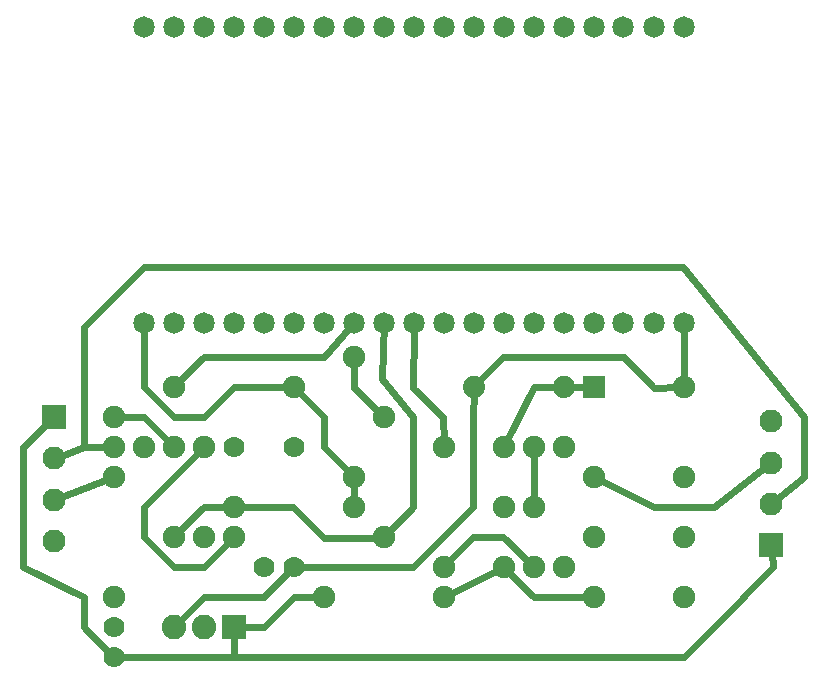
<source format=gtl>
G04 MADE WITH FRITZING*
G04 WWW.FRITZING.ORG*
G04 DOUBLE SIDED*
G04 HOLES PLATED*
G04 CONTOUR ON CENTER OF CONTOUR VECTOR*
%ASAXBY*%
%FSLAX23Y23*%
%MOIN*%
%OFA0B0*%
%SFA1.0B1.0*%
%ADD10C,0.074000*%
%ADD11C,0.075000*%
%ADD12C,0.071828*%
%ADD13C,0.070000*%
%ADD14C,0.082000*%
%ADD15C,0.076139*%
%ADD16R,0.075000X0.075000*%
%ADD17R,0.082000X0.082000*%
%ADD18C,0.024000*%
%ADD19R,0.001000X0.001000*%
%LNCOPPER1*%
G90*
G70*
G54D10*
X1878Y968D03*
X1578Y968D03*
X1878Y968D03*
X1578Y968D03*
G54D11*
X1978Y968D03*
X2278Y968D03*
X1978Y668D03*
X2278Y668D03*
X1978Y468D03*
X2278Y468D03*
X1978Y268D03*
X2278Y268D03*
G54D12*
X479Y1183D03*
X579Y1183D03*
X678Y1183D03*
X779Y1183D03*
X878Y1183D03*
X979Y1183D03*
X1079Y1183D03*
X1178Y1183D03*
X1279Y1183D03*
X1378Y1183D03*
X1478Y1183D03*
X1579Y1183D03*
X1678Y1183D03*
X1778Y1183D03*
X1878Y1183D03*
X1978Y1183D03*
X2077Y1183D03*
X2178Y1183D03*
X2278Y1183D03*
X2278Y2168D03*
X2178Y2168D03*
X2077Y2168D03*
X1978Y2168D03*
X1878Y2168D03*
X1778Y2168D03*
X1678Y2168D03*
X1579Y2168D03*
X1478Y2168D03*
X1378Y2168D03*
X1279Y2168D03*
X1178Y2168D03*
X1079Y2168D03*
X979Y2168D03*
X878Y2168D03*
X779Y2168D03*
X678Y2168D03*
X579Y2168D03*
X479Y2168D03*
G54D13*
X878Y368D03*
X978Y368D03*
X378Y168D03*
X378Y68D03*
G54D14*
X778Y168D03*
X678Y168D03*
X578Y168D03*
G54D11*
X1678Y368D03*
X1778Y368D03*
X1878Y368D03*
X1678Y768D03*
X1778Y768D03*
X1878Y768D03*
X578Y468D03*
X678Y468D03*
X778Y468D03*
X478Y768D03*
X578Y768D03*
X678Y768D03*
G54D13*
X778Y768D03*
X978Y768D03*
G54D15*
X178Y868D03*
X178Y731D03*
X178Y593D03*
X178Y455D03*
X2570Y441D03*
X2570Y579D03*
X2570Y717D03*
X2570Y854D03*
G54D11*
X778Y568D03*
X1178Y568D03*
X378Y268D03*
X378Y668D03*
X1478Y268D03*
X1078Y268D03*
X1478Y368D03*
X1478Y768D03*
X1678Y568D03*
X1778Y568D03*
X378Y768D03*
X378Y868D03*
X1178Y1068D03*
X1178Y668D03*
X578Y968D03*
X978Y968D03*
X1278Y868D03*
X1278Y468D03*
G54D16*
X1978Y968D03*
G54D17*
X778Y168D03*
G54D18*
X778Y69D02*
X778Y147D01*
D02*
X393Y69D02*
X478Y69D01*
D02*
X478Y69D02*
X778Y69D01*
D02*
X77Y769D02*
X160Y850D01*
D02*
X279Y269D02*
X77Y369D01*
D02*
X279Y169D02*
X279Y269D01*
D02*
X878Y269D02*
X678Y269D01*
D02*
X2478Y269D02*
X2476Y269D01*
D02*
X778Y69D02*
X2278Y69D01*
D02*
X2577Y370D02*
X2572Y416D01*
D02*
X2476Y269D02*
X2577Y370D01*
D02*
X2278Y69D02*
X2478Y269D01*
D02*
X778Y147D02*
X778Y69D01*
D02*
X967Y358D02*
X878Y269D01*
D02*
X678Y269D02*
X593Y183D01*
D02*
X279Y768D02*
X202Y740D01*
D02*
X278Y1169D02*
X279Y768D01*
D02*
X478Y1369D02*
X278Y1169D01*
D02*
X2277Y1369D02*
X478Y1369D01*
D02*
X2678Y870D02*
X2277Y1369D01*
D02*
X2678Y668D02*
X2678Y870D01*
D02*
X2590Y595D02*
X2678Y668D01*
D02*
X77Y369D02*
X77Y769D01*
D02*
X367Y79D02*
X279Y169D01*
D02*
X1377Y369D02*
X993Y368D01*
D02*
X1577Y868D02*
X1577Y569D01*
D02*
X1577Y569D02*
X1377Y369D01*
D02*
X1578Y951D02*
X1577Y868D01*
D02*
X1978Y968D02*
X1978Y968D01*
D02*
X1978Y968D02*
X1896Y968D01*
D02*
X2278Y1168D02*
X2278Y1168D01*
D02*
X2278Y1168D02*
X2278Y986D01*
D02*
X1078Y868D02*
X1078Y768D01*
D02*
X1078Y768D02*
X1165Y681D01*
D02*
X978Y968D02*
X1078Y868D01*
D02*
X1778Y751D02*
X1778Y586D01*
D02*
X665Y756D02*
X478Y569D01*
D02*
X478Y569D02*
X478Y469D01*
D02*
X478Y469D02*
X578Y369D01*
D02*
X578Y369D02*
X678Y369D01*
D02*
X678Y369D02*
X765Y456D01*
D02*
X1178Y967D02*
X1265Y881D01*
D02*
X1376Y568D02*
X1278Y468D01*
D02*
X2379Y568D02*
X2178Y569D01*
D02*
X2178Y569D02*
X1993Y661D01*
D02*
X2550Y701D02*
X2379Y568D01*
D02*
X1272Y995D02*
X1376Y870D01*
D02*
X1279Y1183D02*
X1272Y995D01*
D02*
X1376Y769D02*
X1376Y668D01*
D02*
X1376Y870D02*
X1376Y769D01*
D02*
X1376Y668D02*
X1376Y568D01*
D02*
X1178Y1051D02*
X1178Y967D01*
D02*
X1277Y1168D02*
X1277Y1168D01*
D02*
X2178Y967D02*
X2078Y1068D01*
D02*
X2078Y1068D02*
X1677Y1068D01*
D02*
X1677Y1068D02*
X1590Y981D01*
D02*
X2260Y968D02*
X2178Y967D01*
D02*
X1678Y368D02*
X1493Y276D01*
D02*
X978Y269D02*
X1060Y269D01*
D02*
X878Y169D02*
X978Y269D01*
D02*
X778Y168D02*
X878Y169D01*
D02*
X1779Y269D02*
X1690Y356D01*
D02*
X1960Y268D02*
X1779Y269D01*
D02*
X1577Y469D02*
X1490Y381D01*
D02*
X1677Y469D02*
X1577Y469D01*
D02*
X1765Y381D02*
X1677Y469D01*
D02*
X1477Y870D02*
X1478Y786D01*
D02*
X1378Y1163D02*
X1376Y967D01*
D02*
X1376Y967D02*
X1477Y870D01*
D02*
X1686Y784D02*
X1779Y968D01*
D02*
X1779Y968D02*
X1860Y968D01*
D02*
X478Y868D02*
X395Y868D01*
D02*
X565Y781D02*
X478Y868D01*
D02*
X1178Y651D02*
X1178Y586D01*
D02*
X1078Y1068D02*
X678Y1068D01*
D02*
X678Y1068D02*
X590Y981D01*
D02*
X1165Y1168D02*
X1078Y1068D01*
D02*
X1279Y467D02*
X1279Y467D01*
D02*
X1078Y467D02*
X1279Y467D01*
D02*
X977Y568D02*
X1078Y467D01*
D02*
X795Y568D02*
X977Y568D01*
D02*
X361Y662D02*
X202Y602D01*
D02*
X279Y768D02*
X202Y740D01*
D02*
X360Y768D02*
X279Y768D01*
D02*
X479Y1163D02*
X478Y968D01*
D02*
X478Y968D02*
X578Y868D01*
D02*
X578Y868D02*
X678Y868D01*
D02*
X678Y868D02*
X778Y968D01*
D02*
X778Y968D02*
X960Y968D01*
D02*
X778Y569D02*
X778Y569D01*
D02*
X678Y569D02*
X778Y569D01*
D02*
X590Y481D02*
X678Y569D01*
G54D19*
X139Y908D02*
X218Y908D01*
X139Y907D02*
X218Y907D01*
X139Y906D02*
X218Y906D01*
X139Y905D02*
X218Y905D01*
X139Y904D02*
X218Y904D01*
X139Y903D02*
X218Y903D01*
X139Y902D02*
X218Y902D01*
X139Y901D02*
X218Y901D01*
X139Y900D02*
X218Y900D01*
X139Y899D02*
X218Y899D01*
X139Y898D02*
X218Y898D01*
X139Y897D02*
X218Y897D01*
X139Y896D02*
X218Y896D01*
X139Y895D02*
X218Y895D01*
X139Y894D02*
X218Y894D01*
X139Y893D02*
X218Y893D01*
X139Y892D02*
X174Y892D01*
X183Y892D02*
X218Y892D01*
X139Y891D02*
X170Y891D01*
X186Y891D02*
X218Y891D01*
X139Y890D02*
X168Y890D01*
X189Y890D02*
X218Y890D01*
X139Y889D02*
X166Y889D01*
X191Y889D02*
X218Y889D01*
X139Y888D02*
X164Y888D01*
X192Y888D02*
X218Y888D01*
X139Y887D02*
X163Y887D01*
X194Y887D02*
X218Y887D01*
X139Y886D02*
X162Y886D01*
X195Y886D02*
X218Y886D01*
X139Y885D02*
X161Y885D01*
X196Y885D02*
X218Y885D01*
X139Y884D02*
X160Y884D01*
X197Y884D02*
X218Y884D01*
X139Y883D02*
X159Y883D01*
X198Y883D02*
X218Y883D01*
X139Y882D02*
X158Y882D01*
X198Y882D02*
X218Y882D01*
X139Y881D02*
X158Y881D01*
X199Y881D02*
X218Y881D01*
X139Y880D02*
X157Y880D01*
X199Y880D02*
X218Y880D01*
X139Y879D02*
X157Y879D01*
X200Y879D02*
X218Y879D01*
X139Y878D02*
X156Y878D01*
X200Y878D02*
X218Y878D01*
X139Y877D02*
X156Y877D01*
X201Y877D02*
X218Y877D01*
X139Y876D02*
X155Y876D01*
X201Y876D02*
X218Y876D01*
X139Y875D02*
X155Y875D01*
X201Y875D02*
X218Y875D01*
X139Y874D02*
X155Y874D01*
X202Y874D02*
X218Y874D01*
X139Y873D02*
X155Y873D01*
X202Y873D02*
X218Y873D01*
X139Y872D02*
X154Y872D01*
X202Y872D02*
X218Y872D01*
X139Y871D02*
X154Y871D01*
X202Y871D02*
X218Y871D01*
X139Y870D02*
X154Y870D01*
X202Y870D02*
X218Y870D01*
X139Y869D02*
X154Y869D01*
X202Y869D02*
X218Y869D01*
X139Y868D02*
X154Y868D01*
X202Y868D02*
X218Y868D01*
X139Y867D02*
X154Y867D01*
X202Y867D02*
X218Y867D01*
X139Y866D02*
X154Y866D01*
X202Y866D02*
X218Y866D01*
X139Y865D02*
X155Y865D01*
X202Y865D02*
X218Y865D01*
X139Y864D02*
X155Y864D01*
X202Y864D02*
X218Y864D01*
X139Y863D02*
X155Y863D01*
X202Y863D02*
X218Y863D01*
X139Y862D02*
X155Y862D01*
X201Y862D02*
X218Y862D01*
X139Y861D02*
X156Y861D01*
X201Y861D02*
X218Y861D01*
X139Y860D02*
X156Y860D01*
X201Y860D02*
X218Y860D01*
X139Y859D02*
X156Y859D01*
X200Y859D02*
X218Y859D01*
X139Y858D02*
X157Y858D01*
X200Y858D02*
X218Y858D01*
X139Y857D02*
X157Y857D01*
X199Y857D02*
X218Y857D01*
X139Y856D02*
X158Y856D01*
X199Y856D02*
X218Y856D01*
X139Y855D02*
X159Y855D01*
X198Y855D02*
X218Y855D01*
X139Y854D02*
X159Y854D01*
X197Y854D02*
X218Y854D01*
X139Y853D02*
X160Y853D01*
X196Y853D02*
X218Y853D01*
X139Y852D02*
X161Y852D01*
X195Y852D02*
X218Y852D01*
X139Y851D02*
X162Y851D01*
X194Y851D02*
X218Y851D01*
X139Y850D02*
X164Y850D01*
X193Y850D02*
X218Y850D01*
X139Y849D02*
X165Y849D01*
X192Y849D02*
X218Y849D01*
X139Y848D02*
X167Y848D01*
X190Y848D02*
X218Y848D01*
X139Y847D02*
X169Y847D01*
X188Y847D02*
X218Y847D01*
X139Y846D02*
X172Y846D01*
X185Y846D02*
X218Y846D01*
X139Y845D02*
X218Y845D01*
X139Y844D02*
X218Y844D01*
X139Y843D02*
X218Y843D01*
X139Y842D02*
X218Y842D01*
X139Y841D02*
X218Y841D01*
X139Y840D02*
X218Y840D01*
X139Y839D02*
X218Y839D01*
X139Y838D02*
X218Y838D01*
X139Y837D02*
X218Y837D01*
X139Y836D02*
X218Y836D01*
X139Y835D02*
X218Y835D01*
X139Y834D02*
X218Y834D01*
X139Y833D02*
X218Y833D01*
X139Y832D02*
X218Y832D01*
X139Y831D02*
X218Y831D01*
X139Y830D02*
X218Y830D01*
X139Y829D02*
X218Y829D01*
X2531Y481D02*
X2610Y481D01*
X2531Y480D02*
X2610Y480D01*
X2531Y479D02*
X2610Y479D01*
X2531Y478D02*
X2610Y478D01*
X2531Y477D02*
X2610Y477D01*
X2531Y476D02*
X2610Y476D01*
X2531Y475D02*
X2610Y475D01*
X2531Y474D02*
X2610Y474D01*
X2531Y473D02*
X2610Y473D01*
X2531Y472D02*
X2610Y472D01*
X2531Y471D02*
X2610Y471D01*
X2531Y470D02*
X2610Y470D01*
X2531Y469D02*
X2610Y469D01*
X2531Y468D02*
X2610Y468D01*
X2531Y467D02*
X2610Y467D01*
X2531Y466D02*
X2610Y466D01*
X2531Y465D02*
X2569Y465D01*
X2572Y465D02*
X2610Y465D01*
X2531Y464D02*
X2563Y464D01*
X2577Y464D02*
X2610Y464D01*
X2531Y463D02*
X2560Y463D01*
X2580Y463D02*
X2610Y463D01*
X2531Y462D02*
X2558Y462D01*
X2582Y462D02*
X2610Y462D01*
X2531Y461D02*
X2557Y461D01*
X2584Y461D02*
X2610Y461D01*
X2531Y460D02*
X2555Y460D01*
X2585Y460D02*
X2610Y460D01*
X2531Y459D02*
X2554Y459D01*
X2586Y459D02*
X2610Y459D01*
X2531Y458D02*
X2553Y458D01*
X2588Y458D02*
X2610Y458D01*
X2531Y457D02*
X2552Y457D01*
X2588Y457D02*
X2610Y457D01*
X2531Y456D02*
X2551Y456D01*
X2589Y456D02*
X2610Y456D01*
X2531Y455D02*
X2551Y455D01*
X2590Y455D02*
X2610Y455D01*
X2531Y454D02*
X2550Y454D01*
X2591Y454D02*
X2610Y454D01*
X2531Y453D02*
X2549Y453D01*
X2591Y453D02*
X2610Y453D01*
X2531Y452D02*
X2549Y452D01*
X2592Y452D02*
X2610Y452D01*
X2531Y451D02*
X2548Y451D01*
X2592Y451D02*
X2610Y451D01*
X2531Y450D02*
X2548Y450D01*
X2593Y450D02*
X2610Y450D01*
X2531Y449D02*
X2548Y449D01*
X2593Y449D02*
X2610Y449D01*
X2531Y448D02*
X2547Y448D01*
X2593Y448D02*
X2610Y448D01*
X2531Y447D02*
X2547Y447D01*
X2594Y447D02*
X2610Y447D01*
X2531Y446D02*
X2547Y446D01*
X2594Y446D02*
X2610Y446D01*
X2531Y445D02*
X2546Y445D01*
X2594Y445D02*
X2610Y445D01*
X2531Y444D02*
X2546Y444D01*
X2594Y444D02*
X2610Y444D01*
X2531Y443D02*
X2546Y443D01*
X2594Y443D02*
X2610Y443D01*
X2531Y442D02*
X2546Y442D01*
X2594Y442D02*
X2610Y442D01*
X2531Y441D02*
X2546Y441D01*
X2594Y441D02*
X2610Y441D01*
X2531Y440D02*
X2546Y440D01*
X2594Y440D02*
X2610Y440D01*
X2531Y439D02*
X2546Y439D01*
X2594Y439D02*
X2610Y439D01*
X2531Y438D02*
X2546Y438D01*
X2594Y438D02*
X2610Y438D01*
X2531Y437D02*
X2547Y437D01*
X2594Y437D02*
X2610Y437D01*
X2531Y436D02*
X2547Y436D01*
X2594Y436D02*
X2610Y436D01*
X2531Y435D02*
X2547Y435D01*
X2593Y435D02*
X2610Y435D01*
X2531Y434D02*
X2547Y434D01*
X2593Y434D02*
X2610Y434D01*
X2531Y433D02*
X2548Y433D01*
X2593Y433D02*
X2610Y433D01*
X2531Y432D02*
X2548Y432D01*
X2592Y432D02*
X2610Y432D01*
X2531Y431D02*
X2549Y431D01*
X2592Y431D02*
X2610Y431D01*
X2531Y430D02*
X2549Y430D01*
X2591Y430D02*
X2610Y430D01*
X2531Y429D02*
X2550Y429D01*
X2591Y429D02*
X2610Y429D01*
X2531Y428D02*
X2550Y428D01*
X2590Y428D02*
X2610Y428D01*
X2531Y427D02*
X2551Y427D01*
X2589Y427D02*
X2610Y427D01*
X2531Y426D02*
X2552Y426D01*
X2589Y426D02*
X2610Y426D01*
X2531Y425D02*
X2553Y425D01*
X2588Y425D02*
X2610Y425D01*
X2531Y424D02*
X2554Y424D01*
X2587Y424D02*
X2610Y424D01*
X2531Y423D02*
X2555Y423D01*
X2585Y423D02*
X2610Y423D01*
X2531Y422D02*
X2556Y422D01*
X2584Y422D02*
X2610Y422D01*
X2531Y421D02*
X2558Y421D01*
X2582Y421D02*
X2610Y421D01*
X2531Y420D02*
X2560Y420D01*
X2581Y420D02*
X2610Y420D01*
X2531Y419D02*
X2563Y419D01*
X2578Y419D02*
X2610Y419D01*
X2531Y418D02*
X2567Y418D01*
X2573Y418D02*
X2610Y418D01*
X2531Y417D02*
X2610Y417D01*
X2531Y416D02*
X2610Y416D01*
X2531Y415D02*
X2610Y415D01*
X2531Y414D02*
X2610Y414D01*
X2531Y413D02*
X2610Y413D01*
X2531Y412D02*
X2610Y412D01*
X2531Y411D02*
X2610Y411D01*
X2531Y410D02*
X2610Y410D01*
X2531Y409D02*
X2610Y409D01*
X2531Y408D02*
X2610Y408D01*
X2531Y407D02*
X2610Y407D01*
X2531Y406D02*
X2610Y406D01*
X2531Y405D02*
X2610Y405D01*
X2531Y404D02*
X2610Y404D01*
X2531Y403D02*
X2610Y403D01*
X2531Y402D02*
X2610Y402D01*
D02*
G04 End of Copper1*
M02*
</source>
